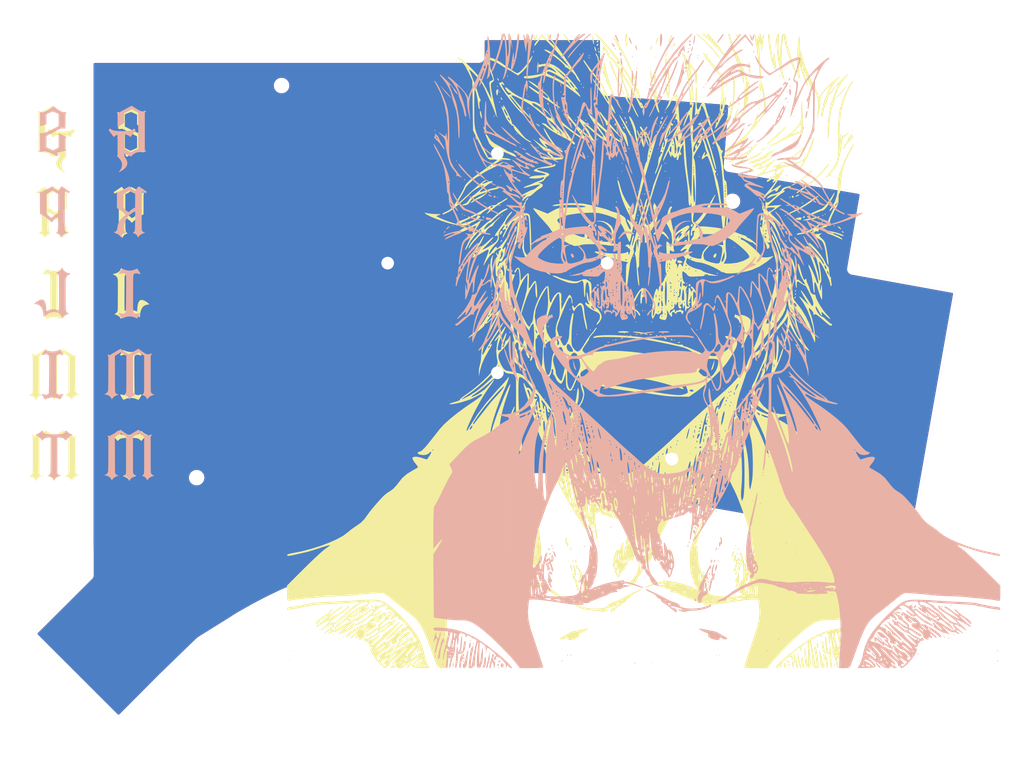
<source format=kicad_pcb>
(kicad_pcb (version 20221018) (generator pcbnew)
  (title_block (title "Klor Split Keyboard") (date "2022-07-08") (rev "v1.3.0") (comment 1 "Author: GEIST"))
  (layers (0 "F.Cu" signal) (31 "B.Cu" signal) (34 "B.Paste" user) (35 "F.Paste" user) (36 "B.SilkS" user "B.Silkscreen") (37 "F.SilkS" user "F.Silkscreen") (38 "B.Mask" user) (39 "F.Mask" user) (44 "Edge.Cuts" user))
  (net 0 "")
  (footprint "MountingHole:MountingHole_3.2mm_M3" (layer "F.Cu") (at 181.56 122.47)
    (fp_text reference "MH8" hide)
    (fp_text value "MountingHole_3.2mm_M3" hide)
    (pad "" np_thru_hole circle (at 0 0) (size 2.2 2.2) (drill 2.2) (layers "F&B.Cu" "*.Mask"))
  )
  (footprint "KeebGraphics:GrimmjowSilk" (layer "F.Cu") (at 163.935 103.67)
    (fp_text reference "G***" hide)
    (fp_text value "LOGO" hide)
  )
  (footprint "KeebGraphics:GrimmSplitSilk" (layer "F.Cu") (at 80.381886 93.710164)
    (fp_text reference "G***" hide)
    (fp_text value "LOGO" hide)
  )
  (footprint "MountingHole:MountingHole_2.2mm_M2" (layer "F.Cu") (at 192.067069 77.681692)
    (fp_text reference "MH9" hide)
    (fp_text value "MountingHole_2.2mm_M2" hide)
    (pad "" np_thru_hole circle (at 0 0) (size 2.2 2.2) (drill 2.2) (layers "*.Cu" "*.Mask"))
  )
  (footprint "MountingHole:MountingHole_3.2mm_M3" (layer "F.Cu") (at 99.016598 125.70312)
    (fp_text reference "MH6" hide)
    (fp_text value "MountingHole_3.2mm_M3" hide)
    (pad "" np_thru_hole circle (at 0 0) (size 2.2 2.2) (drill 2.2) (layers "F&B.Cu" "*.Mask"))
  )
  (footprint "Keebio-Parts:Tenting_Puck" (layer "F.Cu") (at 151.235 88.43)
    (fp_text reference "REF**" hide)
    (fp_text value "Tenting Puck" hide)
    (pad "1" thru_hole circle (at -19.05 0) (size 4.4 4.4) (drill 2.2) (layers "*.Cu" "*.Mask"))
    (pad "1" thru_hole circle (at 0 -19.05) (size 4.4 4.4) (drill 2.2) (layers "*.Cu" "*.Mask"))
    (pad "1" thru_hole circle (at 0 19.05) (size 4.4 4.4) (drill 2.2) (layers "*.Cu" "*.Mask"))
    (pad "1" thru_hole circle (at 19.05 0) (size 4.4 4.4) (drill 2.2) (layers "*.Cu" "*.Mask"))
  )
  (footprint "MountingHole:MountingHole_3.2mm_M3" (layer "F.Cu") (at 113.762958 57.572556)
    (fp_text reference "MH2" hide)
    (fp_text value "MountingHole_3.2mm_M3" hide)
    (pad "" np_thru_hole circle (at 0 0) (size 2.2 2.2) (drill 2.2) (layers "F&B.Cu" "*.Mask"))
  )
  (footprint "KeebGraphics:GrimmSplitSilk" (layer "B.Cu") (at 81.229638 93.63266 180)
    (fp_text reference "G***" hide)
    (fp_text value "LOGO" hide)
  )
  (footprint "KeebGraphics:GrimmjowSilk" (layer "B.Cu") (at 189.335 103.67 180)
    (fp_text reference "G***" hide)
    (fp_text value "LOGO" hide)
  )
  (gr_line (start 92.794784 160.29585) (end 99.038704 154.240351) (stroke (width 0.01)) (layer "Edge.Cuts"))
  (gr_arc (start 99.038704 154.240351) (mid 99.438526 153.891789) (end 99.873022 153.587543) (stroke (width 0.01)) (layer "Edge.Cuts"))
  (gr_curve (pts (xy 152.769828 139.175891) (xy 153.157672 139.175891) (xy 153.475 138.858563) (xy 153.475 138.470718)) (stroke (width 0.01)) (layer "Edge.Cuts"))
  (gr_curve (pts (xy 230.832582 93.903724) (xy 230.973618 93.51588) (xy 230.726807 93.198552) (xy 230.37422 93.128032)) (stroke (width 0.01)) (layer "Edge.Cuts"))
  (gr_line (start 148.038783 53.14467) (end 102.10308 53.14467) (stroke (width 0.01)) (layer "Edge.Cuts"))
  (gr_curve (pts (xy 105.170585 150.282382) (xy 105.911019 149.788759) (xy 106.686711 149.330395) (xy 107.4624 148.907292)) (stroke (width 0.01)) (layer "Edge.Cuts"))
  (gr_line (start 214.0847 75.921789) (end 191.440271 72.087319) (stroke (width 0.01)) (layer "Edge.Cuts"))
  (gr_curve (pts (xy 81.370965 53.14467) (xy 80.947862 53.14467) (xy 80.630534 53.462001) (xy 80.630534 53.849845)) (stroke (width 0.01)) (layer "Edge.Cuts"))
  (gr_line (start 102.10308 53.14467) (end 82.28769 53.14467) (stroke (width 0.01)) (layer "Edge.Cuts"))
  (gr_curve (pts (xy 84.967353 167.171297) (xy 85.249423 167.453367) (xy 85.672526 167.453367) (xy 85.954596 167.171297)) (stroke (width 0.01)) (layer "Edge.Cuts"))
  (gr_arc (start 170.021913 58.859651) (mid 169.692745 58.701323) (end 169.559113 58.361399) (stroke (width 0.01)) (layer "Edge.Cuts"))
  (gr_line (start 191.025218 71.556054) (end 191.81745 61.239426) (stroke (width 0.01)) (layer "Edge.Cuts"))
  (gr_line (start 169.44719 125.425) (end 183.986543 126.444115) (stroke (width 0.01)) (layer "Edge.Cuts"))
  (gr_curve (pts (xy 214.613581 76.697481) (xy 214.684098 76.344895) (xy 214.402028 75.992306) (xy 214.0847 75.921789)) (stroke (width 0.01)) (layer "Edge.Cuts"))
  (gr_arc (start 205.245491 129.88951) (mid 205.45057 129.566033) (end 205.824374 129.482575) (stroke (width 0.01)) (layer "Edge.Cuts"))
  (gr_line (start 80.630534 53.849845) (end 80.630534 137.06037) (stroke (width 0.01)) (layer "Edge.Cuts"))
  (gr_line (start 80.518691 142.954096) (end 71.110685 152.327386) (stroke (width 0.01)) (layer "Edge.Cuts"))
  (gr_line (start 148.538783 49.865612) (end 148.538783 52.64467) (stroke (width 0.01)) (layer "Edge.Cuts"))
  (gr_curve (pts (xy 183.938514 129.973373) (xy 183.903256 130.325959) (xy 184.150067 130.643287) (xy 184.467395 130.713804)) (stroke (width 0.01)) (layer "Edge.Cuts"))
  (gr_line (start 169.559113 58.361399) (end 169.552968 49.865612) (stroke (width 0.01)) (layer "Edge.Cuts"))
  (gr_line (start 85.954596 167.171297) (end 92.794784 160.29585) (stroke (width 0.01)) (layer "Edge.Cuts"))
  (gr_line (start 204.600113 133.605017) (end 205.245491 129.88951) (stroke (width 0.01)) (layer "Edge.Cuts"))
  (gr_arc (start 191.440271 72.087319) (mid 191.129753 71.90215) (end 191.025218 71.556054) (stroke (width 0.01)) (layer "Edge.Cuts"))
  (gr_line (start 153.975 125.425) (end 169.44719 125.425) (stroke (width 0.01)) (layer "Edge.Cuts"))
  (gr_line (start 142.967909 139.175891) (end 152.769828 139.175891) (stroke (width 0.01)) (layer "Edge.Cuts"))
  (gr_line (start 224.098171 131.983119) (end 230.832582 93.903724) (stroke (width 0.01)) (layer "Edge.Cuts"))
  (gr_line (start 214.014183 80.117575) (end 214.613581 76.697481) (stroke (width 0.01)) (layer "Edge.Cuts"))
  (gr_line (start 184.467395 130.713804) (end 203.82442 134.133898) (stroke (width 0.01)) (layer "Edge.Cuts"))
  (gr_curve (pts (xy 203.82442 134.133898) (xy 204.177007 134.204415) (xy 204.529593 133.957604) (xy 204.600113 133.605017)) (stroke (width 0.01)) (layer "Edge.Cuts"))
  (gr_curve (pts (xy 149.208697 49.195697) (xy 148.856111 49.195697) (xy 148.538783 49.513025) (xy 148.538783 49.865612)) (stroke (width 0.01)) (layer "Edge.Cuts"))
  (gr_line (start 99.873022 153.587543) (end 105.170585 150.282382) (stroke (width 0.01)) (layer "Edge.Cuts"))
  (gr_line (start 230.37422 93.128032) (end 212.858647 89.946836) (stroke (width 0.01)) (layer "Edge.Cuts"))
  (gr_curve (pts (xy 71.110685 152.327386) (xy 70.828615 152.609456) (xy 70.828615 153.032559) (xy 71.110685 153.314629)) (stroke (width 0.01)) (layer "Edge.Cuts"))
  (gr_arc (start 148.538783 52.64467) (mid 148.392346 52.998237) (end 148.038783 53.14467) (stroke (width 0.01)) (layer "Edge.Cuts"))
  (gr_arc (start 191.125451 60.43408) (mid 191.6385 60.693215) (end 191.81745 61.239426) (stroke (width 0.01)) (layer "Edge.Cuts"))
  (gr_arc (start 183.986543 126.444115) (mid 184.344923 126.634212) (end 184.444369 127.027511) (stroke (width 0.01)) (layer "Edge.Cuts"))
  (gr_curve (pts (xy 107.4624 148.907292) (xy 112.998016 145.698751) (xy 118.956736 143.230641) (xy 124.598127 141.714517)) (stroke (width 0.01)) (layer "Edge.Cuts"))
  (gr_arc (start 80.665792 142.59989) (mid 80.627558 142.79166) (end 80.518691 142.954096) (stroke (width 0.01)) (layer "Edge.Cuts"))
  (gr_curve (pts (xy 124.598127 141.714517) (xy 130.768401 140.057358) (xy 137.079705 139.211152) (xy 142.967909 139.175891)) (stroke (width 0.01)) (layer "Edge.Cuts"))
  (gr_line (start 80.665792 138.752788) (end 80.665792 142.59989) (stroke (width 0.01)) (layer "Edge.Cuts"))
  (gr_line (start 82.28769 53.14467) (end 81.370965 53.14467) (stroke (width 0.01)) (layer "Edge.Cuts"))
  (gr_line (start 71.110685 153.314629) (end 84.967353 167.171297) (stroke (width 0.01)) (layer "Edge.Cuts"))
  (gr_line (start 212.454946 89.37181) (end 214.014183 80.117575) (stroke (width 0.01)) (layer "Edge.Cuts"))
  (gr_curve (pts (xy 169.552968 49.865612) (xy 169.552968 49.513025) (xy 169.23564 49.195697) (xy 168.883051 49.195697)) (stroke (width 0.01)) (layer "Edge.Cuts"))
  (gr_curve (pts (xy 223.322479 132.547258) (xy 223.710326 132.617775) (xy 224.027654 132.370963) (xy 224.098171 131.983119)) (stroke (width 0.01)) (layer "Edge.Cuts"))
  (gr_line (start 191.125451 60.43408) (end 170.021913 58.859651) (stroke (width 0.01)) (layer "Edge.Cuts"))
  (gr_line (start 80.665792 138.752788) (end 80.630534 137.06037) (stroke (width 0.01)) (layer "Edge.Cuts"))
  (gr_arc (start 153.475 125.925) (mid 153.621447 125.571447) (end 153.975 125.425) (stroke (width 0.01)) (layer "Edge.Cuts"))
  (gr_line (start 205.824374 129.482575) (end 223.322479 132.547258) (stroke (width 0.01)) (layer "Edge.Cuts"))
  (gr_line (start 168.883051 49.195697) (end 149.208697 49.195697) (stroke (width 0.01)) (layer "Edge.Cuts"))
  (gr_arc (start 212.858647 89.946836) (mid 212.538776 89.74218) (end 212.454946 89.37181) (stroke (width 0.01)) (layer "Edge.Cuts"))
  (gr_line (start 153.475 138.470718) (end 153.475 125.925) (stroke (width 0.01)) (layer "Edge.Cuts"))
  (gr_line (start 184.444369 127.027511) (end 183.938514 129.973373) (stroke (width 0.01)) (layer "Edge.Cuts"))
  (zone (net 0) (net_name "") (layers "F&B.Cu") (connect_pads (clearance 0)) (min_thickness 0.25) (fill yes (thermal_gap 0.5) (thermal_bridge_width 0.5) (island_removal_mode 1) (island_area_min 10))
    (polygon (pts (xy 64.875 42.71) (xy 242.675 42.71) (xy 242.675 174.79) (xy 64.875 174.79)))
  )
)
</source>
